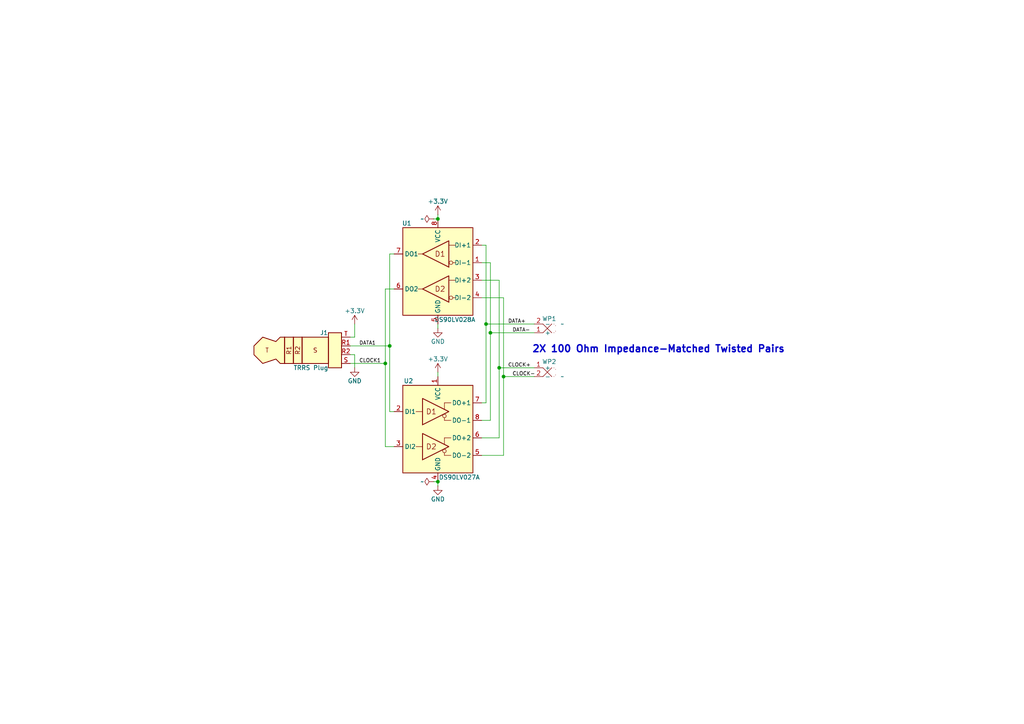
<source format=kicad_sch>
(kicad_sch (version 20231120) (generator "eeschema") (generator_version "8.0")
  (paper "A4")
  (lib_symbols
    (symbol "Connector_Audio:AudioPlug4"
      (property "Reference" "J" (at 10.16 5.08 0))
      (property "Value" "AudioPlug4" (at 11.43 -7.62 0))
      (symbol "AudioPlug4_0_0"
        (text "R1" (at -2.54 -1.27 900) (effects (font (size 1.27 1.27))))
        (text "R2" (at 0 -1.27 900) (effects (font (size 1.27 1.27))))
        (text "S" (at 5.08 -1.27 0) (effects (font (size 1.27 1.27))))
        (text "T" (at -8.89 -1.27 0) (effects (font (size 1.27 1.27))))
      )
      (symbol "AudioPlug4_0_1"
        (rectangle (start -1.27 2.54) (end -3.81 -5.08) (stroke (width 0.254)) (fill (type background)))
        (polyline (pts (xy -3.81 2.54) (xy -5.08 2.54) (xy -6.35 1.27) (xy -10.16 2.54) (xy -12.7 0) (xy -12.7 -2.54) (xy -10.16 -5.08) (xy -6.35 -3.81) (xy -5.08 -5.08) (xy -3.81 -5.08) (xy -3.81 2.54)) (stroke (width 0.254)) (fill (type background)))
        (rectangle (start 1.27 2.54) (end -1.27 -5.08) (stroke (width 0.254)) (fill (type background)))
        (rectangle (start 1.27 2.54) (end 8.89 -5.08) (stroke (width 0.254)) (fill (type background)))
        (rectangle (start 12.7 3.81) (end 8.89 -6.35) (stroke (width 0.254)) (fill (type background)))
      )
      (symbol "AudioPlug4_1_1"
        (pin passive line (at 15.24 -2.54 180) (length 2.54) (name "~") (number "R1"))
        (pin passive line (at 15.24 0 180) (length 2.54) (name "~") (number "R2"))
        (pin passive line (at 15.24 2.54 180) (length 2.54) (name "~") (number "S"))
        (pin passive line (at 15.24 -5.08 180) (length 2.54) (name "~") (number "T"))
      )
    )
    (symbol "Interface:DS90LV027A"
      (property "Reference" "U" (at -10.16 13.97 0))
      (property "Value" "DS90LV027A" (at 1.27 13.97 0))
      (symbol "DS90LV027A_1_0"
        (rectangle (start -10.16 12.7) (end 10.16 -12.7) (stroke (width 0.254)) (fill (type background)))
        (polyline (pts (xy 1.905 -6.858) (xy 1.905 -7.62)))
        (polyline (pts (xy 1.905 -4.445) (xy 1.905 -2.54)))
        (polyline (pts (xy 1.905 3.302) (xy 1.905 2.54)))
        (polyline (pts (xy 1.905 5.715) (xy 1.905 7.62)))
        (circle (center 1.905 -6.35) (radius 0.508))
        (circle (center 1.905 3.81) (radius 0.508))
        (text "D1" (at -1.905 5.08 0) (effects (font (size 1.524 1.524))))
        (text "D2" (at -1.905 -5.08 0) (effects (font (size 1.524 1.524))))
      )
      (symbol "DS90LV027A_1_1"
        (polyline (pts (xy -6.35 -5.08) (xy -4.445 -5.08)))
        (polyline (pts (xy -6.35 5.08) (xy -4.445 5.08)))
        (polyline (pts (xy 1.905 -7.62) (xy 3.81 -7.62)))
        (polyline (pts (xy 1.905 2.54) (xy 3.81 2.54)))
        (polyline (pts (xy 3.81 -2.54) (xy 1.905 -2.54)))
        (polyline (pts (xy 3.81 7.62) (xy 1.905 7.62)))
        (polyline (pts (xy -4.445 -8.89) (xy -4.445 -1.27) (xy 3.175 -5.08) (xy -4.445 -8.89)) (stroke (width 0.254)))
        (polyline (pts (xy -4.445 1.27) (xy -4.445 8.89) (xy 3.175 5.08) (xy -4.445 1.27)) (stroke (width 0.254)))
        (pin power_in line (at 0 15.24 270) (length 2.54) (name "VCC") (number "1"))
        (pin input line (at -12.7 5.08 0) (length 2.54) (name "DI1") (number "2"))
        (pin input line (at -12.7 -5.08 0) (length 2.54) (name "DI2") (number "3"))
        (pin power_in line (at 0 -15.24 90) (length 2.54) (name "GND") (number "4"))
        (pin output line (at 12.7 -7.62 180) (length 2.54) (name "DO-2") (number "5"))
        (pin output line (at 12.7 -2.54 180) (length 2.54) (name "DO+2") (number "6"))
        (pin output line (at 12.7 7.62 180) (length 2.54) (name "DO+1") (number "7"))
        (pin output line (at 12.7 2.54 180) (length 2.54) (name "DO-1") (number "8"))
      )
    )
    (symbol "Qwertek:DS90LV028A"
      (property "Reference" "U" (at 10.16 13.97 0))
      (property "Value" "DS90LV028A" (at -1.27 13.97 0))
      (symbol "DS90LV028A_1_0"
        (rectangle (start -10.16 12.7) (end 10.16 -12.7) (stroke (width 0.254)) (fill (type background)))
        (circle (center -3.81 -7.62) (radius 0.508))
        (circle (center -3.81 2.54) (radius 0.508))
        (text "D1" (at -0.635 5.08 0) (effects (font (size 1.524 1.524))))
        (text "D2" (at -0.635 -5.08 0) (effects (font (size 1.524 1.524))))
      )
      (symbol "DS90LV028A_1_1"
        (polyline (pts (xy -5.08 -2.54) (xy -3.175 -2.54)))
        (polyline (pts (xy -5.08 2.54) (xy -4.445 2.54)))
        (polyline (pts (xy -5.08 7.62) (xy -3.175 7.62)))
        (polyline (pts (xy -4.445 -7.62) (xy -5.08 -7.62)))
        (polyline (pts (xy 5.715 -5.08) (xy 4.445 -5.08)))
        (polyline (pts (xy 5.715 5.08) (xy 4.445 5.08)))
        (polyline (pts (xy -3.175 -8.89) (xy -3.175 -1.27) (xy 4.445 -5.08) (xy -3.175 -8.89)) (stroke (width 0.254)))
        (polyline (pts (xy -3.175 1.27) (xy -3.175 8.89) (xy 4.445 5.08) (xy -3.175 1.27)) (stroke (width 0.254)))
        (pin input line (at -12.7 2.54 0) (length 2.54) (name "DI-1") (number "1"))
        (pin input line (at -12.7 7.62 0) (length 2.54) (name "DI+1") (number "2"))
        (pin input line (at -12.7 -2.54 0) (length 2.54) (name "DI+2") (number "3"))
        (pin input line (at -12.7 -7.62 0) (length 2.54) (name "DI-2") (number "4"))
        (pin power_in line (at 0 -15.24 90) (length 2.54) (name "GND") (number "5"))
        (pin output line (at 12.7 -5.08 180) (length 2.54) (name "DO2") (number "6"))
        (pin output line (at 12.7 5.08 180) (length 2.54) (name "DO1") (number "7"))
        (pin power_in line (at 0 15.24 270) (length 2.54) (name "VCC") (number "8"))
      )
    )
    (symbol "Qwertek:Twisted_Pair_Single"
      (property "Reference" "WP" (at 0 4.445 0))
      (symbol "Twisted_Pair_Single_1_1"
        (polyline (pts (xy -1.27 -1.27) (xy -1.27 -1.27)))
        (polyline (pts (xy -1.27 1.27) (xy 1.27 -1.27)))
        (polyline (pts (xy 1.27 1.27) (xy -1.27 -1.27)))
        (polyline (pts (xy 1.905 1.27) (xy 1.905 1.27)))
        (polyline (pts (xy 1.27 -1.27) (xy 1.905 -1.27) (xy 2.54 -0.635)) (stroke (width 0) (type dot)))
        (polyline (pts (xy 1.27 1.27) (xy 1.905 1.27) (xy 2.54 0.635)) (stroke (width 0) (type dot)))
        (pin bidirectional line (at -3.81 1.27 0) (length 2.54) (name "+") (number "1"))
        (pin bidirectional line (at -3.81 -1.27 0) (length 2.54) (name "-") (number "2"))
      )
    )
    (symbol "Twisted_Pair_Single_1"
      (property "Reference" "WP" (at 0 4.445 0))
      (symbol "Twisted_Pair_Single_1_1_1"
        (polyline (pts (xy -1.27 -1.27) (xy -1.27 -1.27)))
        (polyline (pts (xy -1.27 1.27) (xy 1.27 -1.27)))
        (polyline (pts (xy 1.27 1.27) (xy -1.27 -1.27)))
        (polyline (pts (xy 1.905 1.27) (xy 1.905 1.27)))
        (polyline (pts (xy 1.27 -1.27) (xy 1.905 -1.27) (xy 2.54 -0.635)) (stroke (width 0) (type dot)))
        (polyline (pts (xy 1.27 1.27) (xy 1.905 1.27) (xy 2.54 0.635)) (stroke (width 0) (type dot)))
        (pin bidirectional line (at -3.81 1.27 0) (length 2.54) (name "+") (number "1"))
        (pin bidirectional line (at -3.81 -1.27 0) (length 2.54) (name "-") (number "2"))
      )
    )
    (symbol "power:+3.3V" (power) (pin_numbers hide) (pin_names (offset 0) hide)
      (property "Value" "+3.3V" (at 0 3.556 0))
      (symbol "+3.3V_0_1"
        (polyline (pts (xy -0.762 1.27) (xy 0 2.54)))
        (polyline (pts (xy 0 0) (xy 0 2.54)))
        (polyline (pts (xy 0 2.54) (xy 0.762 1.27)))
      )
      (symbol "+3.3V_1_1"
        (pin power_in line (at 0 0 90) (length 0) (name "~") (number "1"))
      )
    )
    (symbol "power:GND" (power) (pin_numbers hide) (pin_names (offset 0) hide)
      (property "Value" "GND" (at 0 -3.81 0))
      (symbol "GND_0_1"
        (polyline (pts (xy 0 0) (xy 0 -1.27) (xy 1.27 -1.27) (xy 0 -2.54) (xy -1.27 -1.27) (xy 0 -1.27)))
      )
      (symbol "GND_1_1"
        (pin power_in line (at 0 0 270) (length 0) (name "~") (number "1"))
      )
    )
    (symbol "power:PWR_FLAG" (power) (pin_numbers hide) (pin_names (offset 0) hide)
      (property "Value" "PWR_FLAG" (at 0 3.81 0))
      (symbol "PWR_FLAG_0_0"
        (pin power_out line (at 0 0 90) (length 0) (name "~") (number "1"))
      )
      (symbol "PWR_FLAG_0_1"
        (polyline (pts (xy 0 0) (xy 0 1.27) (xy -1.016 1.905) (xy 0 2.54) (xy 1.016 1.905) (xy 0 1.27)))
      )
    )
  )
  (junction (at 111.76 105.41))
  (junction (at 142.24 96.52))
  (junction (at 127 63.5))
  (junction (at 144.78 106.68))
  (junction (at 127 139.7))
  (junction (at 113.03 100.33))
  (junction (at 146.05 109.22))
  (junction (at 140.97 93.98))
  (wire (pts (xy 146.05 109.22) (xy 146.05 132.08)))
  (wire (pts (xy 142.24 121.92) (xy 139.7 121.92)))
  (wire (pts (xy 140.97 93.98) (xy 140.97 116.84)))
  (wire (pts (xy 127 93.98) (xy 127 95.25)))
  (wire (pts (xy 127 139.7) (xy 127 140.97)))
  (wire (pts (xy 102.87 102.87) (xy 101.6 102.87)))
  (wire (pts (xy 125.73 63.5) (xy 127 63.5)))
  (wire (pts (xy 139.7 86.36) (xy 146.05 86.36)))
  (wire (pts (xy 142.24 96.52) (xy 142.24 121.92)))
  (wire (pts (xy 144.78 127) (xy 139.7 127)))
  (wire (pts (xy 102.87 93.98) (xy 102.87 97.79)))
  (wire (pts (xy 144.78 106.68) (xy 154.94 106.68)))
  (wire (pts (xy 146.05 86.36) (xy 146.05 109.22)))
  (wire (pts (xy 113.03 73.66) (xy 113.03 100.33)))
  (wire (pts (xy 114.3 83.82) (xy 111.76 83.82)))
  (wire (pts (xy 139.7 116.84) (xy 140.97 116.84)))
  (wire (pts (xy 146.05 132.08) (xy 139.7 132.08)))
  (wire (pts (xy 113.03 100.33) (xy 113.03 119.38)))
  (wire (pts (xy 127 62.23) (xy 127 63.5)))
  (wire (pts (xy 142.24 76.2) (xy 142.24 96.52)))
  (wire (pts (xy 111.76 105.41) (xy 111.76 129.54)))
  (wire (pts (xy 111.76 83.82) (xy 111.76 105.41)))
  (wire (pts (xy 144.78 81.28) (xy 144.78 106.68)))
  (wire (pts (xy 125.73 139.7) (xy 127 139.7)))
  (wire (pts (xy 146.05 109.22) (xy 154.94 109.22)))
  (wire (pts (xy 101.6 100.33) (xy 113.03 100.33)))
  (wire (pts (xy 139.7 71.12) (xy 140.97 71.12)))
  (wire (pts (xy 127 107.95) (xy 127 109.22)))
  (wire (pts (xy 111.76 129.54) (xy 114.3 129.54)))
  (wire (pts (xy 102.87 106.68) (xy 102.87 102.87)))
  (wire (pts (xy 139.7 76.2) (xy 142.24 76.2)))
  (wire (pts (xy 101.6 105.41) (xy 111.76 105.41)))
  (wire (pts (xy 140.97 71.12) (xy 140.97 93.98)))
  (wire (pts (xy 140.97 93.98) (xy 154.94 93.98)))
  (wire (pts (xy 144.78 106.68) (xy 144.78 127)))
  (wire (pts (xy 139.7 81.28) (xy 144.78 81.28)))
  (wire (pts (xy 114.3 73.66) (xy 113.03 73.66)))
  (wire (pts (xy 142.24 96.52) (xy 154.94 96.52)))
  (wire (pts (xy 113.03 119.38) (xy 114.3 119.38)))
  (wire (pts (xy 102.87 97.79) (xy 101.6 97.79)))
  (text "2X 100 Ohm Impedance-Matched Twisted Pairs" (at 191.008 101.346 0) (effects (font (size 2 2) (thickness 0.4) (bold yes))))
  (label "CLOCK-" (at 148.59 109.22 0) (effects (font (size 1.06 1.06))))
  (label "DATA+" (at 147.32 93.98 0) (effects (font (size 1.06 1.06))))
  (label "CLOCK+" (at 147.32 106.68 0) (effects (font (size 1.06 1.06))))
  (label "DATA1" (at 104.14 100.33 0) (effects (font (size 1.06 1.06))))
  (label "DATA-" (at 148.59 96.52 0) (effects (font (size 1.06 1.06))))
  (label "CLOCK1" (at 104.14 105.41 0) (effects (font (size 1.06 1.06))))
  (symbol (lib_id "power:+3.3V") (at 102.87 93.98 0) (unit 1)
    (property "Reference" "#PWR09" (effects (hide yes)))
    (property "Value" "+3.3V" (at 102.87 90.17 0))
    (property "Description" "Power symbol creates a global label with name \"+3.3V\"" (effects (hide yes)))
  )
  (symbol (lib_name "Twisted_Pair_Single_1") (lib_id "Qwertek:Twisted_Pair_Single") (at 158.75 95.25 0) (mirror x) (unit 1)
    (property "Reference" "WP1" (at 157.226 92.456 0) (effects (justify left)))
    (property "Value" "~" (at 162.56 93.98 0) (effects (justify left)))
    (property "Footprint" "Qwertek:Twisted Pair Single" (effects (hide yes)))
  )
  (symbol (lib_id "power:+3.3V") (at 127 107.95 0) (unit 1)
    (property "Reference" "#PWR07" (effects (hide yes)))
    (property "Value" "+3.3V" (at 127 104.14 0))
    (property "Description" "Power symbol creates a global label with name \"+3.3V\"" (effects (hide yes)))
  )
  (symbol (lib_id "power:PWR_FLAG") (at 125.73 139.7 90) (unit 1)
    (property "Reference" "#FLG01" (effects (hide yes)))
    (property "Value" "~" (at 121.92 139.7 90) (effects (justify right)))
    (property "Description" "Special symbol for telling ERC where power comes from" (effects (hide yes)))
  )
  (symbol (lib_id "power:GND") (at 102.87 106.68 0) (unit 1)
    (property "Reference" "#PWR04" (effects (hide yes)))
    (property "Value" "GND" (at 102.87 110.49 0))
    (property "Description" "Power symbol creates a global label with name \"GND\" , ground" (effects (hide yes)))
  )
  (symbol (lib_id "power:GND") (at 127 140.97 0) (unit 1)
    (property "Reference" "#PWR01" (effects (hide yes)))
    (property "Value" "GND" (at 127 144.78 0))
    (property "Description" "Power symbol creates a global label with name \"GND\" , ground" (effects (hide yes)))
  )
  (symbol (lib_id "Interface:DS90LV027A") (at 127 124.46 0) (unit 1)
    (property "Reference" "U2" (at 117.094 110.49 0) (effects (justify left)))
    (property "Value" "DS90LV027A" (at 127.254 138.43 0) (effects (justify left)))
    (property "Footprint" "Package_SO:SOIC-8_3.9x4.9mm_P1.27mm" (effects (hide yes)))
    (property "Datasheet" "http://www.ti.com/lit/ds/symlink/ds90lv027a.pdf" (effects (hide yes)))
    (property "Description" "LVDS Dual High Speed Differential Driver, >600MBps, SOIC-8" (effects (hide yes)))
  )
  (symbol (lib_id "power:GND") (at 127 95.25 0) (unit 1)
    (property "Reference" "#PWR012" (effects (hide yes)))
    (property "Value" "GND" (at 127 99.06 0))
    (property "Description" "Power symbol creates a global label with name \"GND\" , ground" (effects (hide yes)))
  )
  (symbol (lib_id "Connector_Audio:AudioPlug4") (at 86.36 102.87 0) (mirror x) (unit 1)
    (property "Reference" "J1" (at 93.98 96.52 0))
    (property "Value" "TRRS Plug" (at 90.17 106.68 0))
    (property "Footprint" "Connector_Audio:Plug_3.5mm_CUI_SP-3541" (effects (hide yes)))
    (property "Description" "Audio Jack, 4 Poles (Stereo / TRRS)" (effects (hide yes)))
  )
  (symbol (lib_id "power:+3.3V") (at 127 62.23 0) (unit 1)
    (property "Reference" "#PWR05" (effects (hide yes)))
    (property "Value" "+3.3V" (at 127 58.42 0))
    (property "Description" "Power symbol creates a global label with name \"+3.3V\"" (effects (hide yes)))
  )
  (symbol (lib_id "Qwertek:DS90LV028A") (at 127 78.74 0) (mirror y) (unit 1)
    (property "Reference" "U1" (at 119.38 64.77 0) (effects (justify left)))
    (property "Value" "DS90LV028A" (at 137.922 92.71 0) (effects (justify left)))
    (property "Footprint" "Package_SO:SOIC-8_3.9x4.9mm_P1.27mm" (effects (hide yes)))
    (property "Datasheet" "http://www.ti.com/lit/ds/symlink/ds90lv028a.pdf" (effects (hide yes)))
    (property "Description" "LVDS Dual High Speed Differential Line Receiver, >400MBps, SOIC-8" (effects (hide yes)))
  )
  (symbol (lib_id "power:PWR_FLAG") (at 125.73 63.5 90) (unit 1)
    (property "Reference" "#FLG02" (effects (hide yes)))
    (property "Value" "~" (at 121.92 63.5 90) (effects (justify right)))
    (property "Description" "Special symbol for telling ERC where power comes from" (effects (hide yes)))
  )
  (symbol (lib_id "Qwertek:Twisted_Pair_Single") (at 158.75 107.95 0) (unit 1)
    (property "Reference" "WP2" (at 157.226 104.902 0) (effects (justify left)))
    (property "Value" "~" (at 162.56 109.22 0) (effects (justify left)))
    (property "Footprint" "Qwertek:Twisted Pair Single" (effects (hide yes)))
  )
)
</source>
